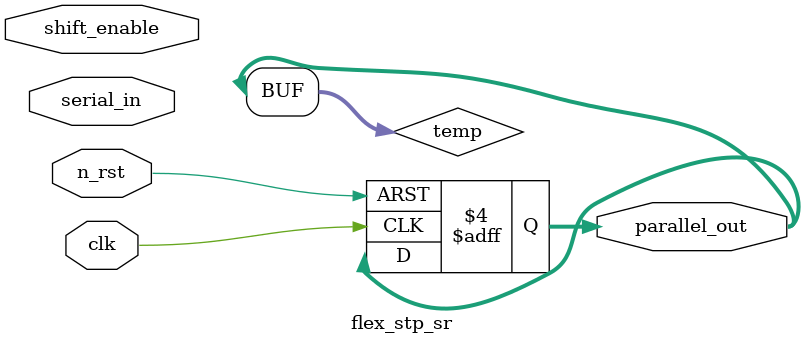
<source format=sv>

module flex_stp_sr 
#(
    parameter NUM_BITS = 4,
    parameter SHIFT_MSB = 1 //If 1 shift left (MSB)

)
(
    input clk, n_rst, shift_enable, serial_in, 
    output reg [NUM_BITS-1 : 0] parallel_out
);

reg [NUM_BITS-1:0] temp; 

always_ff @ (posedge clk, negedge n_rst) begin 
    if (!n_rst) begin 
        parallel_out <= '1; 
    end 

    else begin 
        parallel_out <= temp; 
    end 
end 

always_comb begin 
    
temp = parallel_out; 
end 

endmodule
</source>
